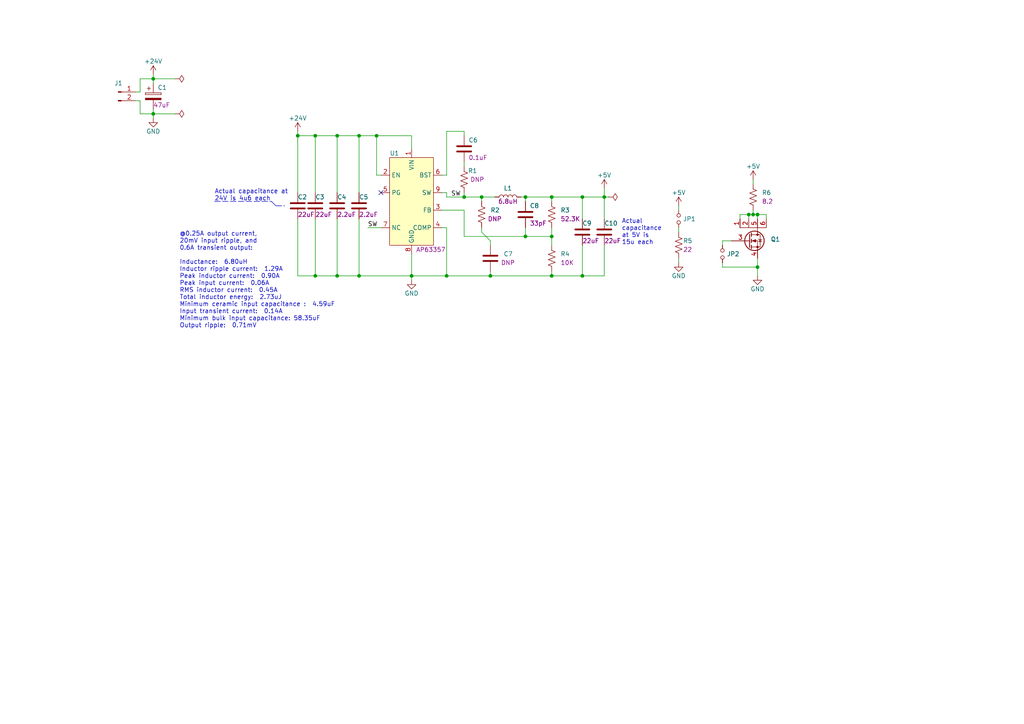
<source format=kicad_sch>
(kicad_sch (version 20211123) (generator eeschema)
  (paper "A4")
  (lib_symbols
    (symbol "SI1442DH-T1-GE3_1" (pin_names (offset 0) hide)
      (property "Reference" "Q" (at 0 0 0))
      (symbol "SI1442DH-T1-GE3_1_0_1"
        (polyline (pts (xy 0.762 -1.778) (xy 2.54 -1.778)))
        (polyline (pts (xy 0.762 -1.27) (xy 0.762 -2.286)) (stroke (width 0.254)))
        (polyline (pts (xy 0.762 0) (xy 2.54 0)))
        (polyline (pts (xy 0.762 0.508) (xy 0.762 -0.508)) (stroke (width 0.254)))
        (polyline (pts (xy 0.762 1.778) (xy 2.54 1.778)))
        (polyline (pts (xy 0.762 2.286) (xy 0.762 1.27)) (stroke (width 0.254)))
        (polyline (pts (xy 2.54 -1.778) (xy 2.54 -2.54)))
        (polyline (pts (xy 2.54 -1.778) (xy 2.54 0)))
        (polyline (pts (xy 2.54 2.54) (xy 2.54 1.778)))
        (polyline (pts (xy 2.54 3.81) (xy 5.08 3.81)))
        (polyline (pts (xy 0.254 1.905) (xy 0.254 -1.905) (xy 0.254 -1.905)) (stroke (width 0.254)))
        (polyline (pts (xy 2.54 2.54) (xy 2.54 3.81) (xy -2.54 3.81)))
        (polyline (pts (xy 1.016 0) (xy 2.032 0.381) (xy 2.032 -0.381) (xy 1.016 0)) (fill (type outline)))
        (polyline (pts (xy 2.54 -1.778) (xy 3.302 -1.778) (xy 3.302 1.778) (xy 2.54 1.778)))
        (polyline (pts (xy 2.794 0.508) (xy 2.921 0.381) (xy 3.683 0.381) (xy 3.81 0.254)))
        (polyline (pts (xy 3.302 0.381) (xy 2.921 -0.254) (xy 3.683 -0.254) (xy 3.302 0.381)))
        (circle (center 1.651 0) (radius 2.8194) (stroke (width 0.254)))
        (circle (center 2.54 -1.778) (radius 0.2794) (fill (type outline)))
        (circle (center 2.54 1.778) (radius 0.2794) (fill (type outline)))
      )
      (symbol "SI1442DH-T1-GE3_1_1_1"
        (pin passive line (at -2.54 6.35 270) (length 2.54) (name "D") (number "1"))
        (pin passive line (at 0 6.35 270) (length 2.54) (name "D") (number "2"))
        (pin input line (at -5.08 0 0) (length 5.334) (name "G") (number "3"))
        (pin passive line (at 2.54 -5.08 90) (length 2.54) (name "S") (number "4"))
        (pin passive line (at 2.54 6.35 270) (length 2.54) (name "D") (number "5"))
        (pin passive line (at 5.08 6.35 270) (length 2.54) (name "D") (number "6"))
      )
    )
    (symbol "capacitors:CC0603JRNPO9BN330" (pin_numbers hide) (pin_names (offset 0.254))
      (property "Reference" "C" (at 0.635 2.54 0))
      (property "id" "33pF" (at -3.81 2.54 0))
      (symbol "CC0603JRNPO9BN330_0_1"
        (polyline (pts (xy -2.032 -0.762) (xy 2.032 -0.762)) (stroke (width 0.508)))
        (polyline (pts (xy -2.032 0.762) (xy 2.032 0.762)) (stroke (width 0.508)))
      )
      (symbol "CC0603JRNPO9BN330_1_1"
        (pin passive line (at 0 3.81 270) (length 2.794) (name "~") (number "1"))
        (pin passive line (at 0 -3.81 90) (length 2.794) (name "~") (number "2"))
      )
    )
    (symbol "capacitors:CC0603KRX7R9BB104" (pin_numbers hide) (pin_names (offset 0.254))
      (property "Reference" "C" (at 0.635 2.54 0))
      (property "id" "0.1uF" (at -3.81 2.54 0))
      (symbol "CC0603KRX7R9BB104_0_1"
        (polyline (pts (xy -2.032 -0.762) (xy 2.032 -0.762)) (stroke (width 0.508)))
        (polyline (pts (xy -2.032 0.762) (xy 2.032 0.762)) (stroke (width 0.508)))
      )
      (symbol "CC0603KRX7R9BB104_1_1"
        (pin passive line (at 0 3.81 270) (length 2.794) (name "~") (number "1"))
        (pin passive line (at 0 -3.81 90) (length 2.794) (name "~") (number "2"))
      )
    )
    (symbol "capacitors:EEE-1VA470WP" (pin_numbers hide) (pin_names (offset 0.254))
      (property "Reference" "C" (at 0.635 2.54 0))
      (property "id" "47uF" (at 5.08 0 0))
      (symbol "EEE-1VA470WP_0_1"
        (rectangle (start -2.286 0.508) (end -2.286 1.016))
        (rectangle (start -2.286 0.508) (end 2.286 0.508))
        (polyline (pts (xy -1.778 2.286) (xy -0.762 2.286)))
        (polyline (pts (xy -1.27 2.794) (xy -1.27 1.778)))
        (rectangle (start 2.286 -0.508) (end -2.286 -1.016) (fill (type outline)))
        (rectangle (start 2.286 1.016) (end -2.286 1.016))
        (rectangle (start 2.286 1.016) (end 2.286 0.508))
      )
      (symbol "EEE-1VA470WP_1_1"
        (pin passive line (at 0 3.81 270) (length 2.794) (name "~") (number "1"))
        (pin passive line (at 0 -3.81 90) (length 2.794) (name "~") (number "2"))
      )
    )
    (symbol "capacitors:GRM188R61H225ME11D" (pin_numbers hide) (pin_names (offset 0.254))
      (property "Reference" "C" (at 0.635 2.54 0))
      (property "id" "2.2uF" (at -3.81 2.54 0))
      (symbol "GRM188R61H225ME11D_0_1"
        (polyline (pts (xy -2.032 -0.762) (xy 2.032 -0.762)) (stroke (width 0.508)))
        (polyline (pts (xy -2.032 0.762) (xy 2.032 0.762)) (stroke (width 0.508)))
      )
      (symbol "GRM188R61H225ME11D_1_1"
        (pin passive line (at 0 3.81 270) (length 2.794) (name "~") (number "1"))
        (pin passive line (at 0 -3.81 90) (length 2.794) (name "~") (number "2"))
      )
    )
    (symbol "capacitors:GRM32ER71E226ME15K" (pin_numbers hide) (pin_names (offset 0.254))
      (property "Reference" "C" (at 0.635 2.54 0))
      (property "id" "22uF" (at -3.81 2.54 0))
      (symbol "GRM32ER71E226ME15K_0_1"
        (polyline (pts (xy -2.032 -0.762) (xy 2.032 -0.762)) (stroke (width 0.508)))
        (polyline (pts (xy -2.032 0.762) (xy 2.032 0.762)) (stroke (width 0.508)))
      )
      (symbol "GRM32ER71E226ME15K_1_1"
        (pin passive line (at 0 3.81 270) (length 2.794) (name "~") (number "1"))
        (pin passive line (at 0 -3.81 90) (length 2.794) (name "~") (number "2"))
      )
    )
    (symbol "capacitors:_GENERIC_CAPACITOR_C" (pin_numbers hide) (pin_names (offset 0.254))
      (property "Reference" "C" (at 0.635 2.54 0))
      (symbol "_GENERIC_CAPACITOR_C_0_1"
        (polyline (pts (xy -2.032 -0.762) (xy 2.032 -0.762)) (stroke (width 0.508)))
        (polyline (pts (xy -2.032 0.762) (xy 2.032 0.762)) (stroke (width 0.508)))
      )
      (symbol "_GENERIC_CAPACITOR_C_1_1"
        (pin passive line (at 0 3.81 270) (length 2.794) (name "~") (number "1"))
        (pin passive line (at 0 -3.81 90) (length 2.794) (name "~") (number "2"))
      )
    )
    (symbol "connectors:_GENERIC_CONNECTOR_01x02" (pin_names (offset 1.016) hide)
      (property "Reference" "J" (at 0 3.81 0))
      (property "Value" "_GENERIC_CONNECTOR_01x02" (at 1.27 -3.81 0))
      (symbol "_GENERIC_CONNECTOR_01x02_1_1"
        (polyline (pts (xy 1.27 -1.27) (xy 0.8636 -1.27)) (stroke (width 0.1524)))
        (polyline (pts (xy 1.27 1.27) (xy 0.8636 1.27)) (stroke (width 0.1524)))
        (rectangle (start 0.8636 -1.143) (end 0 -1.397) (stroke (width 0.1524)) (fill (type outline)))
        (rectangle (start 0.8636 1.397) (end 0 1.143) (stroke (width 0.1524)) (fill (type outline)))
        (pin passive line (at 5.08 1.27 180) (length 3.81) (name "Pin_1") (number "1"))
        (pin passive line (at 5.08 -1.27 180) (length 3.81) (name "Pin_2") (number "2"))
      )
    )
    (symbol "inductors:74438336068" (pin_numbers hide) (pin_names (offset 1.016) hide)
      (property "Reference" "L" (at -1.27 -1.27 90))
      (property "id" "6.8uH" (at 0 0 90))
      (symbol "74438336068_0_1"
        (arc (start 0 -2.54) (mid 0.635 -1.905) (end 0 -1.27))
        (arc (start 0 -1.27) (mid 0.635 -0.635) (end 0 0))
        (arc (start 0 0) (mid 0.635 0.635) (end 0 1.27))
        (arc (start 0 1.27) (mid 0.635 1.905) (end 0 2.54))
      )
      (symbol "74438336068_1_1"
        (pin passive line (at 0 3.81 270) (length 1.27) (name "1") (number "1"))
        (pin passive line (at 0 -3.81 90) (length 1.27) (name "2") (number "2"))
      )
    )
    (symbol "misc:Jumper_NO_Small" (pin_numbers hide) (pin_names (offset 0.762) hide)
      (property "Reference" "JP" (at 0 2.032 0))
      (property "Value" "Jumper_NO_Small" (at 0.254 -1.524 0))
      (symbol "Jumper_NO_Small_0_1"
        (circle (center -1.016 0) (radius 0.508))
        (circle (center 1.016 0) (radius 0.508))
        (pin passive line (at -2.54 0 0) (length 1.016) (name "1") (number "1"))
        (pin passive line (at 2.54 0 180) (length 1.016) (name "2") (number "2"))
      )
    )
    (symbol "power:+24V" (power) (pin_names (offset 0))
      (property "Value" "+24V" (at 0 3.556 0))
      (symbol "+24V_0_1"
        (polyline (pts (xy -0.762 1.27) (xy 0 2.54)))
        (polyline (pts (xy 0 0) (xy 0 2.54)))
        (polyline (pts (xy 0 2.54) (xy 0.762 1.27)))
      )
      (symbol "+24V_1_1"
        (pin power_in line (at 0 0 90) (length 0) hide (name "+24V") (number "1"))
      )
    )
    (symbol "power:+5V" (power) (pin_names (offset 0))
      (property "Value" "+5V" (at 0 3.556 0))
      (symbol "+5V_0_1"
        (polyline (pts (xy -0.762 1.27) (xy 0 2.54)))
        (polyline (pts (xy 0 0) (xy 0 2.54)))
        (polyline (pts (xy 0 2.54) (xy 0.762 1.27)))
      )
      (symbol "+5V_1_1"
        (pin power_in line (at 0 0 90) (length 0) hide (name "+5V") (number "1"))
      )
    )
    (symbol "power:GND" (power) (pin_names (offset 0))
      (property "Value" "GND" (at 0 -3.81 0))
      (symbol "GND_0_1"
        (polyline (pts (xy 0 0) (xy 0 -1.27) (xy 1.27 -1.27) (xy 0 -2.54) (xy -1.27 -1.27) (xy 0 -1.27)))
      )
      (symbol "GND_1_1"
        (pin power_in line (at 0 0 270) (length 0) hide (name "GND") (number "1"))
      )
    )
    (symbol "power:PWR_FLAG" (power) (pin_numbers hide) (pin_names (offset 0) hide)
      (property "Value" "PWR_FLAG" (at 0 3.81 0))
      (symbol "PWR_FLAG_0_0"
        (pin power_out line (at 0 0 90) (length 0) (name "pwr") (number "1"))
      )
      (symbol "PWR_FLAG_0_1"
        (polyline (pts (xy 0 0) (xy 0 1.27) (xy -1.016 1.905) (xy 0 2.54) (xy 1.016 1.905) (xy 0 1.27)))
      )
    )
    (symbol "regulators:AP63357QZV-7"
      (property "Reference" "U" (at 0 0 0))
      (property "id" "AP63357" (at 0 0 0))
      (symbol "AP63357QZV-7_0_1"
        (rectangle (start -6.35 12.7) (end 6.35 -12.7) (fill (type background)))
      )
      (symbol "AP63357QZV-7_1_1"
        (pin power_in line (at 0 15.24 270) (length 2.54) (name "VIN") (number "1"))
        (pin input line (at -8.89 7.62 0) (length 2.54) (name "EN") (number "2"))
        (pin input line (at 8.89 -2.54 180) (length 2.54) (name "FB") (number "3"))
        (pin passive line (at 8.89 -7.62 180) (length 2.54) (name "COMP") (number "4"))
        (pin output line (at -8.89 2.54 0) (length 2.54) (name "PG") (number "5"))
        (pin input line (at 8.89 7.62 180) (length 2.54) (name "BST") (number "6"))
        (pin passive line (at -8.89 -7.62 0) (length 2.54) (name "NC") (number "7"))
        (pin power_in line (at 0 -15.24 90) (length 2.54) (name "GND") (number "8"))
        (pin output line (at 8.89 2.54 180) (length 2.54) (name "SW") (number "9"))
      )
    )
    (symbol "resistors:350222RJT" (pin_numbers hide) (pin_names (offset 0))
      (property "Reference" "R" (at 2.54 0 90))
      (property "id" "22" (at -2.54 0 90))
      (symbol "350222RJT_0_1"
        (polyline (pts (xy 0 -2.286) (xy 0 -2.54)))
        (polyline (pts (xy 0 2.286) (xy 0 2.54)))
        (polyline (pts (xy 0 -0.762) (xy 1.016 -1.143) (xy 0 -1.524) (xy -1.016 -1.905) (xy 0 -2.286)))
        (polyline (pts (xy 0 0.762) (xy 1.016 0.381) (xy 0 0) (xy -1.016 -0.381) (xy 0 -0.762)))
        (polyline (pts (xy 0 2.286) (xy 1.016 1.905) (xy 0 1.524) (xy -1.016 1.143) (xy 0 0.762)))
      )
      (symbol "350222RJT_1_1"
        (pin passive line (at 0 3.81 270) (length 1.27) (name "~") (number "1"))
        (pin passive line (at 0 -3.81 90) (length 1.27) (name "~") (number "2"))
      )
    )
    (symbol "resistors:35028R2JT" (pin_numbers hide) (pin_names (offset 0))
      (property "Reference" "R" (at 2.54 0 90))
      (property "id" "8.2" (at -2.54 0 90))
      (symbol "35028R2JT_0_1"
        (polyline (pts (xy 0 -2.286) (xy 0 -2.54)))
        (polyline (pts (xy 0 2.286) (xy 0 2.54)))
        (polyline (pts (xy 0 -0.762) (xy 1.016 -1.143) (xy 0 -1.524) (xy -1.016 -1.905) (xy 0 -2.286)))
        (polyline (pts (xy 0 0.762) (xy 1.016 0.381) (xy 0 0) (xy -1.016 -0.381) (xy 0 -0.762)))
        (polyline (pts (xy 0 2.286) (xy 1.016 1.905) (xy 0 1.524) (xy -1.016 1.143) (xy 0 0.762)))
      )
      (symbol "35028R2JT_1_1"
        (pin passive line (at 0 3.81 270) (length 1.27) (name "~") (number "1"))
        (pin passive line (at 0 -3.81 90) (length 1.27) (name "~") (number "2"))
      )
    )
    (symbol "resistors:RC0603FR-0752K3L" (pin_numbers hide) (pin_names (offset 0))
      (property "Reference" "R" (at 2.54 0 90))
      (property "id" "52.3K" (at -2.54 0 90))
      (symbol "RC0603FR-0752K3L_0_1"
        (polyline (pts (xy 0 -2.286) (xy 0 -2.54)))
        (polyline (pts (xy 0 2.286) (xy 0 2.54)))
        (polyline (pts (xy 0 -0.762) (xy 1.016 -1.143) (xy 0 -1.524) (xy -1.016 -1.905) (xy 0 -2.286)))
        (polyline (pts (xy 0 0.762) (xy 1.016 0.381) (xy 0 0) (xy -1.016 -0.381) (xy 0 -0.762)))
        (polyline (pts (xy 0 2.286) (xy 1.016 1.905) (xy 0 1.524) (xy -1.016 1.143) (xy 0 0.762)))
      )
      (symbol "RC0603FR-0752K3L_1_1"
        (pin passive line (at 0 3.81 270) (length 1.27) (name "~") (number "1"))
        (pin passive line (at 0 -3.81 90) (length 1.27) (name "~") (number "2"))
      )
    )
    (symbol "resistors:RC0603JR-0710KL" (pin_numbers hide) (pin_names (offset 0))
      (property "Reference" "R" (at 2.54 0 90))
      (property "id" "10K" (at -2.54 0 90))
      (symbol "RC0603JR-0710KL_0_1"
        (polyline (pts (xy 0 -2.286) (xy 0 -2.54)))
        (polyline (pts (xy 0 2.286) (xy 0 2.54)))
        (polyline (pts (xy 0 -0.762) (xy 1.016 -1.143) (xy 0 -1.524) (xy -1.016 -1.905) (xy 0 -2.286)))
        (polyline (pts (xy 0 0.762) (xy 1.016 0.381) (xy 0 0) (xy -1.016 -0.381) (xy 0 -0.762)))
        (polyline (pts (xy 0 2.286) (xy 1.016 1.905) (xy 0 1.524) (xy -1.016 1.143) (xy 0 0.762)))
      )
      (symbol "RC0603JR-0710KL_1_1"
        (pin passive line (at 0 3.81 270) (length 1.27) (name "~") (number "1"))
        (pin passive line (at 0 -3.81 90) (length 1.27) (name "~") (number "2"))
      )
    )
    (symbol "resistors:_GENERIC_RESISTOR" (pin_numbers hide) (pin_names (offset 0))
      (property "Reference" "R" (at 2.54 0 90))
      (symbol "_GENERIC_RESISTOR_0_1"
        (polyline (pts (xy 0 -2.286) (xy 0 -2.54)))
        (polyline (pts (xy 0 2.286) (xy 0 2.54)))
        (polyline (pts (xy 0 -0.762) (xy 1.016 -1.143) (xy 0 -1.524) (xy -1.016 -1.905) (xy 0 -2.286)))
        (polyline (pts (xy 0 0.762) (xy 1.016 0.381) (xy 0 0) (xy -1.016 -0.381) (xy 0 -0.762)))
        (polyline (pts (xy 0 2.286) (xy 1.016 1.905) (xy 0 1.524) (xy -1.016 1.143) (xy 0 0.762)))
      )
      (symbol "_GENERIC_RESISTOR_1_1"
        (pin passive line (at 0 3.81 270) (length 1.27) (name "~") (number "1"))
        (pin passive line (at 0 -3.81 90) (length 1.27) (name "~") (number "2"))
      )
    )
  )
  (junction (at 91.44 39.37))
  (junction (at 160.02 80.01))
  (junction (at 160.02 68.58))
  (junction (at 104.14 80.01))
  (junction (at 86.36 39.37))
  (junction (at 175.26 57.15))
  (junction (at 134.62 57.15))
  (junction (at 97.79 80.01))
  (junction (at 104.14 39.37))
  (junction (at 91.44 80.01))
  (junction (at 160.02 57.15))
  (junction (at 219.71 77.47))
  (junction (at 219.71 62.23))
  (junction (at 142.24 80.01))
  (junction (at 152.4 68.58))
  (junction (at 97.79 39.37))
  (junction (at 168.91 80.01))
  (junction (at 217.17 62.23))
  (junction (at 44.45 22.86))
  (junction (at 218.44 62.23))
  (junction (at 109.22 39.37))
  (junction (at 44.45 33.02))
  (junction (at 139.7 57.15))
  (junction (at 152.4 57.15))
  (junction (at 168.91 57.15))
  (junction (at 129.54 80.01))
  (junction (at 119.38 80.01))
  (no_connect (at 110.49 55.88))
  (wire (pts (xy 168.91 80.01) (xy 160.02 80.01)))
  (wire (pts (xy 152.4 58.42) (xy 152.4 57.15)))
  (wire (pts (xy 218.44 62.23) (xy 218.44 60.96)))
  (wire (pts (xy 139.7 58.42) (xy 139.7 57.15)))
  (wire (pts (xy 176.53 57.15) (xy 175.26 57.15)))
  (wire (pts (xy 109.22 39.37) (xy 104.14 39.37)))
  (wire (pts (xy 97.79 39.37) (xy 97.79 55.88)))
  (wire (pts (xy 86.36 39.37) (xy 86.36 55.88)))
  (wire (pts (xy 86.36 38.1) (xy 86.36 39.37)))
  (polyline (pts (xy 78.74 58.42) (xy 80.01 59.69)))
  (wire (pts (xy 168.91 63.5) (xy 168.91 57.15)))
  (wire (pts (xy 129.54 50.8) (xy 129.54 38.1)))
  (wire (pts (xy 196.85 60.96) (xy 196.85 59.69)))
  (wire (pts (xy 175.26 57.15) (xy 168.91 57.15)))
  (wire (pts (xy 219.71 80.01) (xy 219.71 77.47)))
  (wire (pts (xy 160.02 68.58) (xy 160.02 71.12)))
  (wire (pts (xy 175.26 63.5) (xy 175.26 57.15)))
  (wire (pts (xy 209.55 71.12) (xy 209.55 69.85)))
  (wire (pts (xy 129.54 66.04) (xy 129.54 80.01)))
  (wire (pts (xy 109.22 50.8) (xy 109.22 39.37)))
  (wire (pts (xy 217.17 63.5) (xy 217.17 62.23)))
  (wire (pts (xy 175.26 54.61) (xy 175.26 57.15)))
  (wire (pts (xy 222.25 62.23) (xy 219.71 62.23)))
  (wire (pts (xy 97.79 63.5) (xy 97.79 80.01)))
  (wire (pts (xy 129.54 80.01) (xy 142.24 80.01)))
  (wire (pts (xy 128.27 55.88) (xy 129.54 55.88)))
  (wire (pts (xy 209.55 69.85) (xy 212.09 69.85)))
  (wire (pts (xy 44.45 33.02) (xy 44.45 31.75)))
  (wire (pts (xy 109.22 39.37) (xy 119.38 39.37)))
  (wire (pts (xy 142.24 78.74) (xy 142.24 80.01)))
  (wire (pts (xy 142.24 71.12) (xy 142.24 69.85)))
  (wire (pts (xy 86.36 63.5) (xy 86.36 80.01)))
  (wire (pts (xy 44.45 34.29) (xy 44.45 33.02)))
  (wire (pts (xy 129.54 38.1) (xy 134.62 38.1)))
  (wire (pts (xy 139.7 66.04) (xy 139.7 67.31)))
  (wire (pts (xy 128.27 50.8) (xy 129.54 50.8)))
  (wire (pts (xy 119.38 80.01) (xy 104.14 80.01)))
  (wire (pts (xy 119.38 80.01) (xy 129.54 80.01)))
  (wire (pts (xy 217.17 62.23) (xy 218.44 62.23)))
  (wire (pts (xy 142.24 69.85) (xy 139.7 67.31)))
  (wire (pts (xy 50.8 22.86) (xy 44.45 22.86)))
  (wire (pts (xy 119.38 73.66) (xy 119.38 80.01)))
  (wire (pts (xy 134.62 68.58) (xy 152.4 68.58)))
  (wire (pts (xy 129.54 55.88) (xy 129.54 57.15)))
  (wire (pts (xy 175.26 80.01) (xy 168.91 80.01)))
  (wire (pts (xy 129.54 57.15) (xy 134.62 57.15)))
  (wire (pts (xy 40.64 26.67) (xy 40.64 22.86)))
  (wire (pts (xy 152.4 68.58) (xy 160.02 68.58)))
  (wire (pts (xy 209.55 76.2) (xy 209.55 77.47)))
  (wire (pts (xy 128.27 60.96) (xy 134.62 60.96)))
  (wire (pts (xy 134.62 38.1) (xy 134.62 39.37)))
  (wire (pts (xy 168.91 71.12) (xy 168.91 80.01)))
  (wire (pts (xy 160.02 58.42) (xy 160.02 57.15)))
  (wire (pts (xy 219.71 62.23) (xy 218.44 62.23)))
  (wire (pts (xy 175.26 71.12) (xy 175.26 80.01)))
  (wire (pts (xy 134.62 57.15) (xy 134.62 55.88)))
  (wire (pts (xy 143.51 57.15) (xy 139.7 57.15)))
  (wire (pts (xy 134.62 60.96) (xy 134.62 68.58)))
  (wire (pts (xy 152.4 66.04) (xy 152.4 68.58)))
  (wire (pts (xy 129.54 66.04) (xy 128.27 66.04)))
  (wire (pts (xy 134.62 46.99) (xy 134.62 48.26)))
  (wire (pts (xy 40.64 29.21) (xy 40.64 33.02)))
  (wire (pts (xy 142.24 80.01) (xy 160.02 80.01)))
  (wire (pts (xy 209.55 77.47) (xy 219.71 77.47)))
  (wire (pts (xy 104.14 39.37) (xy 97.79 39.37)))
  (wire (pts (xy 219.71 63.5) (xy 219.71 62.23)))
  (wire (pts (xy 40.64 33.02) (xy 44.45 33.02)))
  (wire (pts (xy 106.68 66.04) (xy 110.49 66.04)))
  (wire (pts (xy 214.63 62.23) (xy 217.17 62.23)))
  (wire (pts (xy 196.85 66.04) (xy 196.85 67.31)))
  (wire (pts (xy 91.44 80.01) (xy 97.79 80.01)))
  (wire (pts (xy 119.38 43.18) (xy 119.38 39.37)))
  (wire (pts (xy 160.02 57.15) (xy 152.4 57.15)))
  (wire (pts (xy 219.71 77.47) (xy 219.71 74.93)))
  (wire (pts (xy 91.44 39.37) (xy 86.36 39.37)))
  (wire (pts (xy 44.45 21.59) (xy 44.45 22.86)))
  (wire (pts (xy 91.44 63.5) (xy 91.44 80.01)))
  (wire (pts (xy 196.85 76.2) (xy 196.85 74.93)))
  (wire (pts (xy 104.14 63.5) (xy 104.14 80.01)))
  (wire (pts (xy 39.37 26.67) (xy 40.64 26.67)))
  (wire (pts (xy 39.37 29.21) (xy 40.64 29.21)))
  (wire (pts (xy 97.79 39.37) (xy 91.44 39.37)))
  (wire (pts (xy 97.79 80.01) (xy 104.14 80.01)))
  (wire (pts (xy 218.44 52.07) (xy 218.44 53.34)))
  (polyline (pts (xy 62.23 58.42) (xy 78.74 58.42)))
  (wire (pts (xy 119.38 81.28) (xy 119.38 80.01)))
  (wire (pts (xy 214.63 63.5) (xy 214.63 62.23)))
  (wire (pts (xy 168.91 57.15) (xy 160.02 57.15)))
  (wire (pts (xy 134.62 57.15) (xy 139.7 57.15)))
  (wire (pts (xy 44.45 22.86) (xy 44.45 24.13)))
  (wire (pts (xy 160.02 78.74) (xy 160.02 80.01)))
  (wire (pts (xy 110.49 50.8) (xy 109.22 50.8)))
  (wire (pts (xy 40.64 22.86) (xy 44.45 22.86)))
  (wire (pts (xy 86.36 80.01) (xy 91.44 80.01)))
  (wire (pts (xy 91.44 39.37) (xy 91.44 55.88)))
  (wire (pts (xy 160.02 66.04) (xy 160.02 68.58)))
  (wire (pts (xy 222.25 63.5) (xy 222.25 62.23)))
  (wire (pts (xy 104.14 39.37) (xy 104.14 55.88)))
  (polyline (pts (xy 80.01 59.69) (xy 82.55 59.69)))
  (wire (pts (xy 50.8 33.02) (xy 44.45 33.02)))
  (wire (pts (xy 152.4 57.15) (xy 151.13 57.15)))
  (text "Actual \ncapacitance \nat 5V is \n15u each" (at 180.34 71.12 0) (effects (font (size 1.27 1.27)) (justify left bottom)))
  (text "@0.25A output current, \n20mV input ripple, and\n0.6A transient output:\n\nInductance:  6.80uH\nInductor ripple current:  1.29A\nPeak inductor current:  0.90A\nPeak input current:  0.06A\nRMS inductor current:  0.45A\nTotal inductor energy:  2.73uJ\nMinimum ceramic input capacitance :  4.59uF\nInput transient current:  0.14A\nMinimum bulk input capacitance: 58.35uF\nOutput ripple:  0.71mV" (at 52.07 95.25 0) (effects (font (size 1.27 1.27)) (justify left bottom)))
  (text "Actual capacitance at\n24V is 4u6 each" (at 62.23 58.42 0) (effects (font (size 1.27 1.27)) (justify left bottom)))
  (label "SW" (at 106.68 66.04 0))
  (label "SW" (at 130.81 57.15 0))
  (symbol (lib_id "power:PWR_FLAG") (at 176.53 57.15 270) (unit 1)
    (property "Reference" "#FLG03" (effects hide))
    (property "Value" "PWR_FLAG" (effects hide))
  )
  (symbol (lib_id "connectors:_GENERIC_CONNECTOR_01x02") (at 34.29 27.94 0) (unit 1)
    (property "Reference" "J1" (at 35.56 24.13 0) (effects (justify right)))
    (property "Value" "1702473" (effects hide))
    (property "Footprint" "footprints:1702473" (effects hide))
    (property "manf" "Phoenix Contact" (effects hide))
  )
  (symbol (lib_id "misc:Jumper_NO_Small") (at 196.85 63.5 90) (unit 1)
    (property "Reference" "JP1" (at 198.12 63.4999 90) (effects (justify right)))
    (property "Value" "Jumper_NO_Small" (effects hide))
    (property "Footprint" "Connector_PinHeader_2.54mm:PinHeader_1x02_P2.54mm_Vertical" (effects hide))
  )
  (symbol (lib_id "resistors:_GENERIC_RESISTOR") (at 134.62 52.07 180) (unit 1)
    (property "Reference" "R1" (at 138.43 49.53 0) (effects (justify left)))
    (property "Value" "DNP" (effects hide))
    (property "Footprint" "footprints:RESISTOR_0603N" (effects hide))
    (property "id" "DNP" (at 138.43 52.07 0))
  )
  (symbol (lib_id "power:PWR_FLAG") (at 50.8 22.86 270) (unit 1)
    (property "Reference" "#FLG01" (effects hide))
    (property "Value" "PWR_FLAG" (effects hide))
  )
  (symbol (lib_id "capacitors:CC0603JRNPO9BN330") (at 152.4 62.23 0) (unit 1)
    (property "Reference" "C8" (at 153.67 59.69 0) (effects (justify left)))
    (property "Value" "CC0603JRNPO9BN330" (effects hide))
    (property "Footprint" "footprints:CAPACITOR_0603N" (effects hide))
    (property "Datasheet" "${MTE_LIB_DIR}/datasheets/UPY-GP_NP0_16V-to-50V_18.pdf" (effects hide))
    (property "id" "33pF" (at 153.67 64.77 0) (effects (justify left)))
  )
  (symbol (lib_id "power:GND") (at 44.45 34.29 0) (unit 1)
    (property "Reference" "#PWR02" (effects hide))
    (property "Value" "GND" (at 44.45 38.1 0))
  )
  (symbol (lib_id "resistors:_GENERIC_RESISTOR") (at 139.7 62.23 0) (unit 1)
    (property "Reference" "R2" (at 142.24 60.96 0) (effects (justify left)))
    (property "Value" "DNP" (effects hide))
    (property "Footprint" "footprints:RESISTOR_0603N" (effects hide))
    (property "id" "DNP" (at 143.51 63.5 0))
  )
  (symbol (lib_id "power:+5V") (at 218.44 52.07 0) (unit 1)
    (property "Reference" "#PWR08" (effects hide))
    (property "Value" "+5V" (at 218.44 48.26 0))
  )
  (symbol (lib_id "power:GND") (at 196.85 76.2 0) (unit 1)
    (property "Reference" "#PWR07" (effects hide))
    (property "Value" "GND" (at 196.85 80.01 0))
  )
  (symbol (lib_id "capacitors:GRM32ER71E226ME15K") (at 86.36 59.69 0) (unit 1)
    (property "Reference" "C2" (at 86.36 57.15 0) (effects (justify left)))
    (property "Value" "GRM32ER71E226ME15L" (effects hide))
    (property "Footprint" "footprints:CAPACITOR_1210N" (effects hide))
    (property "Datasheet" "${MTE_LIB_DIR}/datasheets/GRM32ER71E226ME15-01.pdf" (effects hide))
    (property "id" "22uF" (at 86.36 62.23 0) (effects (justify left)))
    (property "manf" "Murata Electronics" (effects hide))
  )
  (symbol (lib_id "capacitors:GRM32ER71E226ME15K") (at 91.44 59.69 0) (unit 1)
    (property "Reference" "C3" (at 91.44 57.15 0) (effects (justify left)))
    (property "Value" "GRM32ER71E226ME15L" (effects hide))
    (property "Footprint" "footprints:CAPACITOR_1210N" (effects hide))
    (property "Datasheet" "${MTE_LIB_DIR}/datasheets/GRM32ER71E226ME15-01.pdf" (effects hide))
    (property "id" "22uF" (at 91.44 62.23 0) (effects (justify left)))
    (property "manf" "Murata Electronics" (effects hide))
  )
  (symbol (lib_id "capacitors:_GENERIC_CAPACITOR_C") (at 142.24 74.93 0) (unit 1)
    (property "Reference" "C7" (at 146.05 73.66 0) (effects (justify left)))
    (property "Value" "DNP" (effects hide))
    (property "Footprint" "footprints:CAPACITOR_0603N" (effects hide))
    (property "id" "DNP" (at 147.32 76.2 0))
  )
  (symbol (lib_id "capacitors:GRM188R61H225ME11D") (at 104.14 59.69 0) (unit 1)
    (property "Reference" "C5" (at 104.14 57.15 0) (effects (justify left)))
    (property "Value" "GRM188R61H225ME11D" (effects hide))
    (property "Footprint" "footprints:CAPACITOR_0603N" (effects hide))
    (property "id" "2.2uF" (at 104.14 62.23 0) (effects (justify left)))
    (property "manf" "Murata Electronics" (effects hide))
  )
  (symbol (lib_id "resistors:35028R2JT") (at 218.44 57.15 0) (unit 1)
    (property "Reference" "R6" (at 220.98 55.8799 0) (effects (justify left)))
    (property "Value" "35028R2JT" (effects hide))
    (property "Footprint" "footprints:RESISTOR_2010N" (effects hide))
    (property "Datasheet" "${MTE_LIB_DIR}/datasheets/ENG_DS_1773204-4_A.pdf" (effects hide))
    (property "id" "8.2" (at 220.98 58.4199 0) (effects (justify left)))
    (property "manf" "TE Connectivity Passive Product" (effects hide))
  )
  (symbol (lib_id "resistors:RC0603JR-0710KL") (at 160.02 74.93 0) (unit 1)
    (property "Reference" "R4" (at 162.56 73.6599 0) (effects (justify left)))
    (property "Value" "RC0603JR-0710KL" (effects hide))
    (property "Footprint" "footprints:RESISTOR_0603N" (effects hide))
    (property "Datasheet" "${MTE_LIB_DIR}/datasheets/PYu-RC_Group_51_RoHS_L_11.pdf" (effects hide))
    (property "id" "10K" (at 162.56 76.1999 0) (effects (justify left)))
    (property "manf" "Yageo" (effects hide))
  )
  (symbol (lib_id "regulators:AP63357QZV-7") (at 119.38 58.42 0) (unit 1)
    (property "Reference" "U1" (at 113.03 44.45 0) (effects (justify left)))
    (property "Value" "AP63357QZV-7" (effects hide))
    (property "Footprint" "footprints:AP63357QZV-7" (effects hide))
    (property "Datasheet" "${MTE_LIB_DIR}/datasheets/AP63356Q_AP63357Q.pdf" (effects hide))
    (property "id" "AP63357" (at 120.65 72.39 0) (effects (justify left)))
    (property "manf" "Diodes Incorporated" (effects hide))
  )
  (symbol (lib_id "capacitors:CC0603KRX7R9BB104") (at 134.62 43.18 0) (unit 1)
    (property "Reference" "C6" (at 135.89 40.64 0) (effects (justify left)))
    (property "Value" "CC0603KRX7R9BB104" (effects hide))
    (property "Footprint" "footprints:CAPACITOR_0603N" (effects hide))
    (property "Datasheet" "${MTE_LIB_DIR}/datasheets/UPY-GPHC_X7R_6.3V-to-50V_18.pdf" (effects hide))
    (property "id" "0.1uF" (at 135.89 45.72 0) (effects (justify left)))
    (property "manf" "Yageo" (effects hide))
  )
  (symbol (lib_id "power:+5V") (at 196.85 59.69 0) (unit 1)
    (property "Reference" "#PWR06" (effects hide))
    (property "Value" "+5V" (at 196.85 55.88 0))
  )
  (symbol (lib_id "capacitors:GRM188R61H225ME11D") (at 97.79 59.69 0) (unit 1)
    (property "Reference" "C4" (at 97.79 57.15 0) (effects (justify left)))
    (property "Value" "GRM188R61H225ME11D" (effects hide))
    (property "Footprint" "footprints:CAPACITOR_0603N" (effects hide))
    (property "id" "2.2uF" (at 97.79 62.23 0) (effects (justify left)))
    (property "manf" "Murata Electronics" (effects hide))
  )
  (symbol (lib_id "capacitors:EEE-1VA470WP") (at 44.45 27.94 0) (unit 1)
    (property "Reference" "C1" (at 45.72 25.4 0) (effects (justify left)))
    (property "Value" "EEE-1VA470WP" (effects hide))
    (property "Footprint" "footprints:CAPAE660X580L260X65N" (effects hide))
    (property "Datasheet" "${MTE_LIB_DIR}/datasheets/S_Series,Type_V_Rev2018.pdf" (effects hide))
    (property "id" "47uF" (at 44.45 30.48 0) (effects (justify left)))
    (property "manf" "Panasonic Electronic Components" (effects hide))
  )
  (symbol (lib_id "power:+5V") (at 175.26 54.61 0) (unit 1)
    (property "Reference" "#PWR05" (effects hide))
    (property "Value" "+5V" (at 175.26 50.8 0))
  )
  (symbol (lib_id "power:PWR_FLAG") (at 50.8 33.02 270) (unit 1)
    (property "Reference" "#FLG02" (effects hide))
    (property "Value" "PWR_FLAG" (effects hide))
  )
  (symbol (lib_name "SI1442DH-T1-GE3_1") (lib_id "mosfets:SI1442DH-T1-GE3") (at 217.17 69.85 0) (unit 1)
    (property "Reference" "Q1" (at 223.52 69.4181 0) (effects (justify left)))
    (property "Value" "SI1442DH-T1-GE3" (effects hide))
    (property "Footprint" "footprints:SOT23-6P95_285X140L45X42N" (effects hide))
    (property "Datasheet" "${MTE_LIB_DIR}/datasheets/si1442dh.pdf" (effects hide))
    (property "manf" "Vishay Siliconix" (effects hide))
  )
  (symbol (lib_id "power:+24V") (at 86.36 38.1 0) (unit 1)
    (property "Reference" "#PWR03" (effects hide))
    (property "Value" "+24V" (at 86.36 34.29 0))
  )
  (symbol (lib_id "power:GND") (at 219.71 80.01 0) (unit 1)
    (property "Reference" "#PWR09" (effects hide))
    (property "Value" "GND" (at 219.71 83.82 0))
  )
  (symbol (lib_id "misc:Jumper_NO_Small") (at 209.55 73.66 90) (unit 1)
    (property "Reference" "JP2" (at 210.82 73.6599 90) (effects (justify right)))
    (property "Value" "Jumper_NO_Small" (effects hide))
    (property "Footprint" "Connector_PinHeader_2.54mm:PinHeader_1x02_P2.54mm_Vertical" (effects hide))
  )
  (symbol (lib_id "resistors:350222RJT") (at 196.85 71.12 0) (unit 1)
    (property "Reference" "R5" (at 198.12 69.85 0) (effects (justify left)))
    (property "Value" "350222RJT" (effects hide))
    (property "Footprint" "footprints:RESISTOR_2010N" (effects hide))
    (property "Datasheet" "${MTE_LIB_DIR}/datasheets/ENG_DS_1773204-4_A.pdf" (effects hide))
    (property "id" "22" (at 198.12 72.39 0) (effects (justify left)))
    (property "manf" "TE Connectivity Passive Product" (effects hide))
  )
  (symbol (lib_id "power:+24V") (at 44.45 21.59 0) (unit 1)
    (property "Reference" "#PWR01" (effects hide))
    (property "Value" "+24V" (at 44.45 17.78 0))
  )
  (symbol (lib_id "power:GND") (at 119.38 81.28 0) (unit 1)
    (property "Reference" "#PWR04" (effects hide))
    (property "Value" "GND" (at 119.38 85.09 0))
  )
  (symbol (lib_id "resistors:RC0603FR-0752K3L") (at 160.02 62.23 0) (unit 1)
    (property "Reference" "R3" (at 162.56 60.9599 0) (effects (justify left)))
    (property "Value" "RC0603FR-0752K3L" (effects hide))
    (property "Footprint" "footprints:RESISTOR_0603N" (effects hide))
    (property "Datasheet" "${MTE_LIB_DIR}/datasheets/PYu-RC_Group_51_RoHS_L_11.pdf" (effects hide))
    (property "id" "52.3K" (at 162.56 63.4999 0) (effects (justify left)))
    (property "manf" "Yageo" (effects hide))
  )
  (symbol (lib_id "capacitors:GRM32ER71E226ME15K") (at 175.26 67.31 0) (unit 1)
    (property "Reference" "C10" (at 175.26 64.77 0) (effects (justify left)))
    (property "Value" "GRM32ER71E226ME15L" (effects hide))
    (property "Footprint" "footprints:CAPACITOR_1210N" (effects hide))
    (property "Datasheet" "${MTE_LIB_DIR}/datasheets/GRM32ER71E226ME15-01.pdf" (effects hide))
    (property "id" "22uF" (at 175.26 69.85 0) (effects (justify left)))
    (property "manf" "Murata Electronics" (effects hide))
  )
  (symbol (lib_id "inductors:74438336068") (at 147.32 57.15 90) (unit 1)
    (property "Reference" "L1" (at 147.32 54.61 90))
    (property "Value" "74438336068" (effects hide))
    (property "Footprint" "footprints:INDUCTOR_3030N" (effects hide))
    (property "id" "6.8uH" (at 147.32 58.42 90))
    (property "manf" "Würth Elektronik" (effects hide))
  )
  (symbol (lib_id "capacitors:GRM32ER71E226ME15K") (at 168.91 67.31 0) (unit 1)
    (property "Reference" "C9" (at 168.91 64.77 0) (effects (justify left)))
    (property "Value" "GRM32ER71E226ME15L" (effects hide))
    (property "Footprint" "footprints:CAPACITOR_1210N" (effects hide))
    (property "Datasheet" "${MTE_LIB_DIR}/datasheets/GRM32ER71E226ME15-01.pdf" (effects hide))
    (property "id" "22uF" (at 168.91 69.85 0) (effects (justify left)))
    (property "manf" "Murata Electronics" (effects hide))
  )
)
</source>
